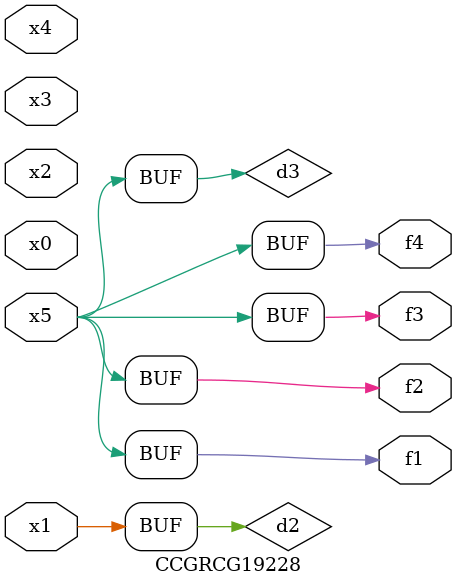
<source format=v>
module CCGRCG19228(
	input x0, x1, x2, x3, x4, x5,
	output f1, f2, f3, f4
);

	wire d1, d2, d3;

	not (d1, x5);
	or (d2, x1);
	xnor (d3, d1);
	assign f1 = d3;
	assign f2 = d3;
	assign f3 = d3;
	assign f4 = d3;
endmodule

</source>
